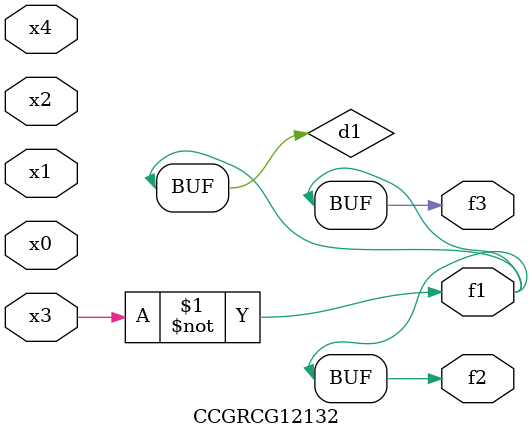
<source format=v>
module CCGRCG12132(
	input x0, x1, x2, x3, x4,
	output f1, f2, f3
);

	wire d1, d2;

	xnor (d1, x3);
	not (d2, x1);
	assign f1 = d1;
	assign f2 = d1;
	assign f3 = d1;
endmodule

</source>
